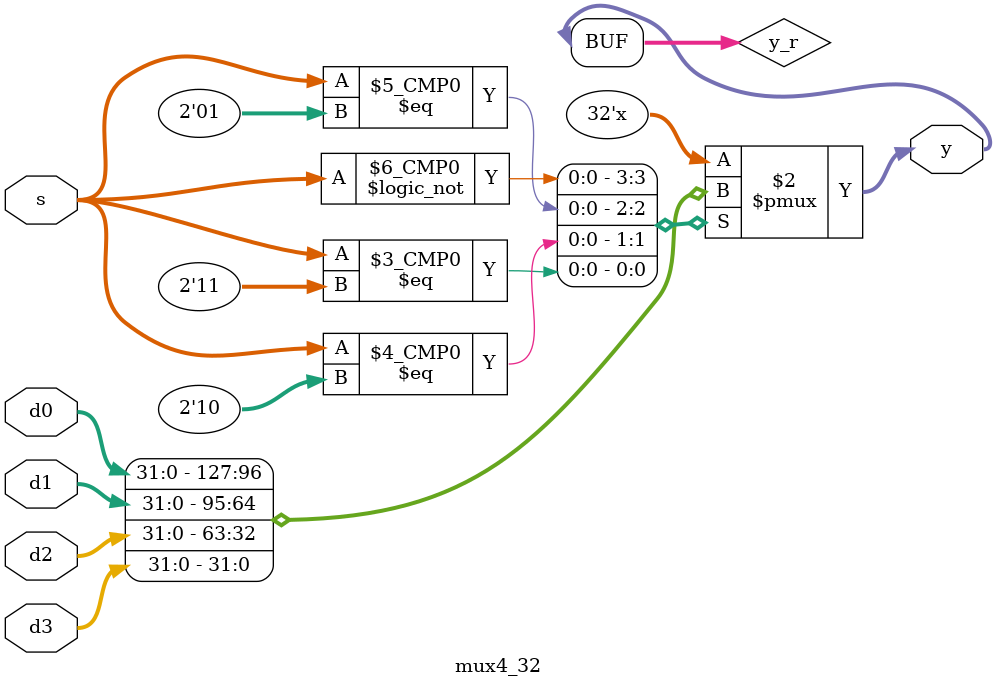
<source format=v>

module mux2_32 #(parameter WIDTH = 32)
             (d0, d1,
              s, y);
              
    input  [WIDTH-1:0] d0, d1;
    input              s;
    output [WIDTH-1:0] y;
    reg [WIDTH-1:0] y_r;
    always@(*)   
    begin
    y_r=  ( s == 1'b1 ) ? d1:d0;    
    end
    assign y = y_r;
    
endmodule

// mux4
module mux4_5 #(parameter WIDTH = 5)
             (d0, d1, d2, d3,
              s, y);
    
    input  [WIDTH-1:0] d0, d1, d2, d3;
    input  [1:0] s;
    output [WIDTH-1:0] y;
    
    reg [WIDTH-1:0] y_r;
    
    always @( * ) begin
        case ( s )
            2'b00: y_r = d0;
            2'b01: y_r = d1;
            2'b10: y_r = d2;
            2'b11: y_r = d3;
            default: ;
        endcase
    end // end always
    
    assign y = y_r;
        
endmodule

module mux4_32 #(parameter WIDTH = 32)
             (d0, d1, d2, d3,
              s, y);
    
    input  [WIDTH-1:0] d0, d1, d2, d3;
    input  [1:0] s;
    output [WIDTH-1:0] y;
    
    reg [WIDTH-1:0] y_r;
    
    always @( * ) begin
        case ( s )
            2'b00: y_r = d0;
            2'b01: y_r = d1;
            2'b10: y_r = d2;
            2'b11: y_r = d3;
            default: ;
        endcase
    end // end always
    
    assign y = y_r;
        
endmodule




</source>
